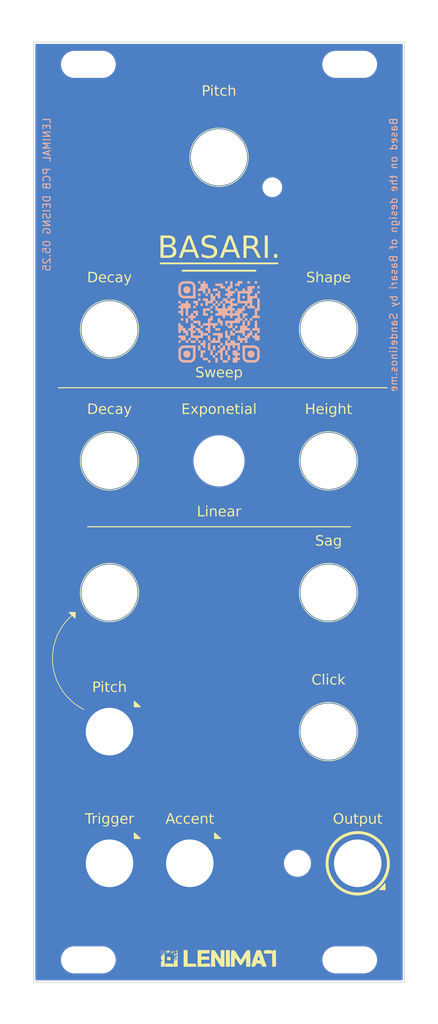
<source format=kicad_pcb>
(kicad_pcb (version 20241229) (generator "pcbnew") (generator_version "9.0")
  (layers (0 "F.Cu" signal) (2 "B.Cu" signal) (13 "F.Paste" user) (15 "B.Paste" user) (5 "F.SilkS" user "F.Silkscreen") (7 "B.SilkS" user "B.Silkscreen") (1 "F.Mask" user) (3 "B.Mask" user) (25 "Edge.Cuts" user))
  (net 0 "")
  (net 1 "GNDREF")
  (footprint "" (layer "F.Cu") (at 92.9 43.8)
    (property "Reference" "")
    (property "Value" "")
  )
  (footprint "synth-gfx:jack-input" (layer "F.Cu") (at 60 153)
    (property "Reference" "J2" (hide yes))
    (property "Value" "Conn_01x01_Socket")
  )
  (footprint "synth-gfx:analoog-kick" (layer "F.Cu") (at 75 125)
    (property "Reference" "G***" (hide yes))
    (property "Value" "LOGO" (hide yes))
  )
  (footprint "synth-gfx:7.2mm_pot-sm" (layer "F.Cu") (at 60 80)
    (property "Reference" "REF**" (hide yes))
    (property "Value" "7.2mm_pot-sm")
  )
  (footprint "synth-gfx:7.2mm_pot-xs" (layer "F.Cu") (at 90 98)
    (property "Reference" "REF**" (hide yes))
    (property "Value" "7.2mm_pot-xs")
  )
  (footprint "" (layer "F.Cu") (at 92.9 166.2)
    (property "Reference" "")
    (property "Value" "")
  )
  (footprint "synth-gfx:7.2mm_pot-xs" (layer "F.Cu") (at 60 98)
    (property "Reference" "REF**" (hide yes))
    (property "Value" "7.2mm_pot-xs")
  )
  (footprint "synth-gfx:7.2mm_pot-xs" (layer "F.Cu") (at 90 135)
    (property "Reference" "REF**" (hide yes))
    (property "Value" "7.2mm_pot-xs")
  )
  (footprint "synth-gfx:7.2mm_pot-sm" (layer "F.Cu") (at 90 80)
    (property "Reference" "REF**" (hide yes))
    (property "Value" "7.2mm_pot-sm")
  )
  (footprint "synth-gfx:7.2mm_pot-sm" (layer "F.Cu") (at 75 56.5)
    (property "Reference" "REF**" (hide yes))
    (property "Value" "7.2mm_pot-sm")
  )
  (footprint "" (layer "F.Cu") (at 57.1 166.2)
    (property "Reference" "")
    (property "Value" "")
  )
  (footprint "synth-gfx:7.2mm_pot-xs" (layer "F.Cu") (at 90 116)
    (property "Reference" "REF**" (hide yes))
    (property "Value" "7.2mm_pot-xs")
  )
  (footprint "synth-gfx:mount" (layer "F.Cu") (at 57.1 43.9)
    (property "Reference" "REF**" (hide yes))
    (property "Value" "mount")
  )
  (footprint "synth-gfx:led_3mm" (layer "F.Cu") (at 85.75 153)
    (property "Reference" "REF**" (hide yes))
    (property "Value" "led_3mm")
  )
  (footprint "synth-gfx:sw-spdt" (layer "F.Cu") (at 75 98)
    (property "Reference" "REF**" (hide yes))
    (property "Value" "sw-spdt")
  )
  (footprint "synth-gfx:trim-pot" (layer "F.Cu") (at 81.3 60.6)
    (property "Reference" "REF**" (hide yes))
    (property "Value" "trim-pot")
  )
  (footprint "synth-gfx:7.2mm_pot-xs" (layer "F.Cu") (at 60 116)
    (property "Reference" "REF**" (hide yes))
    (property "Value" "7.2mm_pot-xs")
  )
  (footprint "synth-gfx:jack-output" (layer "F.Cu") (at 94 153)
    (property "Reference" "J4" (hide yes))
    (property "Value" "Conn_01x01_Socket")
  )
  (footprint "clipboard:ec881b4f-345e-4d02-bfde-668b7d723b5b" (layer "F.Cu") (at 54.4925 118.7175 180)
    (property "Reference" "")
    (property "Value" "")
  )
  (footprint "Synth:lenimal_logo_full" (layer "F.Cu") (at 75 166)
    (property "Reference" "G***" (hide yes))
    (property "Value" "LOGO" (hide yes))
  )
  (footprint "synth-gfx:jack-input" (layer "F.Cu") (at 71 153)
    (property "Reference" "J3" (hide yes))
    (property "Value" "Conn_01x01_Socket")
  )
  (footprint "synth-gfx:jack-input" (layer "F.Cu") (at 60 135)
    (property "Reference" "J1" (hide yes))
    (property "Value" "Conn_01x01_Socket")
  )
  (footprint "synth-gfx:github-QR_lenimal_white" (layer "B.Cu") (at 75 79)
    (property "Reference" "G***" (hide yes))
    (property "Value" "LOGO" (hide yes))
  )
  (gr_line (start 70 72) (end 80 72) (stroke (width 0.25)) (layer "F.SilkS"))
  (gr_line (start 57 107) (end 93 107) (stroke (width 0.15)) (layer "F.SilkS"))
  (gr_arc (start 56.50715 131.9857) (mid 52.241828 125.900431) (end 55 119) (stroke (width 0.1)) (layer "F.SilkS"))
  (gr_line (start 53 88) (end 98 88) (stroke (width 0.15)) (layer "F.SilkS"))
  (gr_line (start 67 71) (end 83 71) (stroke (width 0.25)) (layer "F.SilkS"))
  (gr_rect (start 49.6 40.75) (end 100.4 169.25) (stroke (width 0.1)) (fill no) (layer "Edge.Cuts"))
  (gr_text "BASARI." (at 75 69 0) (layer "F.SilkS") (effects (font (size 3 3))))
  (gr_text "Height" (at 90 91 0) (layer "F.SilkS") (effects (font (size 1.4 1.4))))
  (gr_text "Output" (at 94 147 0) (layer "F.SilkS") (effects (font (size 1.4 1.4))))
  (gr_text "Sweep" (at 75 86 0) (layer "F.SilkS") (effects (font (size 1.4 1.4))))
  (gr_text "Accent" (at 71 147 0) (layer "F.SilkS") (effects (font (size 1.4 1.4))))
  (gr_text "Click" (at 90 128 0) (layer "F.SilkS") (effects (font (size 1.4 1.4))))
  (gr_text "Linear" (at 75 105 0) (layer "F.SilkS") (effects (font (size 1.4 1.4))))
  (gr_text "Exponetial" (at 75 91 0) (layer "F.SilkS") (effects (font (size 1.4 1.4))))
  (gr_text "Sag" (at 90 109 0) (layer "F.SilkS") (effects (font (size 1.4 1.4))))
  (gr_text "Decay" (at 60 73 0) (layer "F.SilkS") (effects (font (size 1.4 1.4))))
  (gr_text "Pitch" (at 75 47.5 0) (layer "F.SilkS") (effects (font (size 1.4 1.4))))
  (gr_text "Trigger" (at 60 147 0) (layer "F.SilkS") (effects (font (size 1.4 1.4))))
  (gr_text "Decay" (at 60 91 0) (layer "F.SilkS") (effects (font (size 1.4 1.4))))
  (gr_text "Shape" (at 90 73 0) (layer "F.SilkS") (effects (font (size 1.4 1.4))))
  (gr_text "Pitch" (at 60 129 0) (layer "F.SilkS") (effects (font (size 1.4 1.4))))
  (gr_text "Based on the design of Basari by Sandelinos.me" (at 99.5 51 90) (layer "B.SilkS") (effects (font (size 1 1)) (justify left bottom mirror)))
  (gr_text "LENIMAL PCB DEISNG 05.25" (at 52 51 90) (layer "B.SilkS") (effects (font (size 1 1)) (justify left bottom mirror)))
  (zone (net 1) (net_name "GNDREF") (layers "F.Cu" "B.Cu") (connect_pads (clearance 0.5)) (min_thickness 0.25) (fill yes (thermal_gap 0.5) (thermal_bridge_width 0.5))
    (polygon (pts (xy 45 35) (xy 45 175) (xy 105 175) (xy 105 35)))
  )
)
</source>
